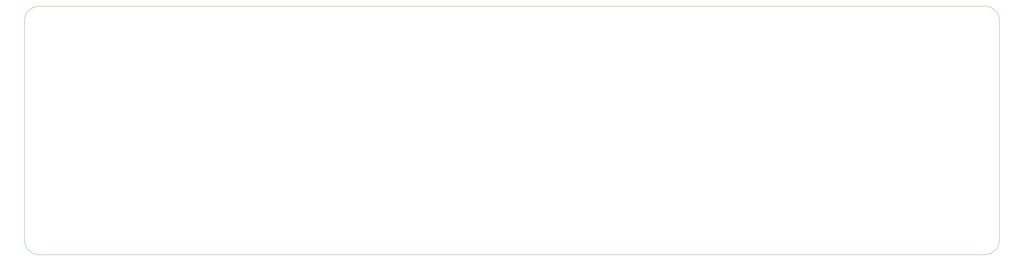
<source format=gbr>
%TF.GenerationSoftware,KiCad,Pcbnew,(5.1.6-0-10_14)*%
%TF.CreationDate,2020-10-13T20:32:32+01:00*%
%TF.ProjectId,Lil-Cheat,4c696c2d-4368-4656-9174-2e6b69636164,rev?*%
%TF.SameCoordinates,Original*%
%TF.FileFunction,Profile,NP*%
%FSLAX46Y46*%
G04 Gerber Fmt 4.6, Leading zero omitted, Abs format (unit mm)*
G04 Created by KiCad (PCBNEW (5.1.6-0-10_14)) date 2020-10-13 20:32:32*
%MOMM*%
%LPD*%
G01*
G04 APERTURE LIST*
%TA.AperFunction,Profile*%
%ADD10C,0.050000*%
%TD*%
G04 APERTURE END LIST*
D10*
X227965000Y-61595000D02*
X243205000Y-61595000D01*
X243205000Y-61595000D02*
X243281200Y-61595000D01*
X635000Y-66065400D02*
X635000Y-73025000D01*
X10318750Y-61595000D02*
X5105400Y-61595000D01*
X10318750Y-61595000D02*
X227965000Y-61595000D01*
X635000Y-133324600D02*
X635000Y-130968750D01*
X10318791Y-137794175D02*
X5105400Y-137795000D01*
X635000Y-130968750D02*
X635000Y-73025000D01*
X294614600Y-137769600D02*
X290512471Y-137770329D01*
X299085000Y-130968750D02*
X299085000Y-133299200D01*
X290512471Y-137770329D02*
X10318791Y-137794175D01*
X294614600Y-61595000D02*
X292100000Y-61595000D01*
X299085000Y-67468750D02*
X299085000Y-66065400D01*
X299085000Y-67468750D02*
X299085000Y-130968750D01*
X635000Y-66065400D02*
G75*
G02*
X5105400Y-61595000I4470400J0D01*
G01*
X5105400Y-137795000D02*
G75*
G02*
X635000Y-133324600I0J4470400D01*
G01*
X294614600Y-61595000D02*
G75*
G02*
X299085000Y-66065400I0J-4470400D01*
G01*
X299085000Y-133299200D02*
G75*
G02*
X294614600Y-137769600I-4470400J0D01*
G01*
X243281200Y-61595000D02*
X292100000Y-61595000D01*
M02*

</source>
